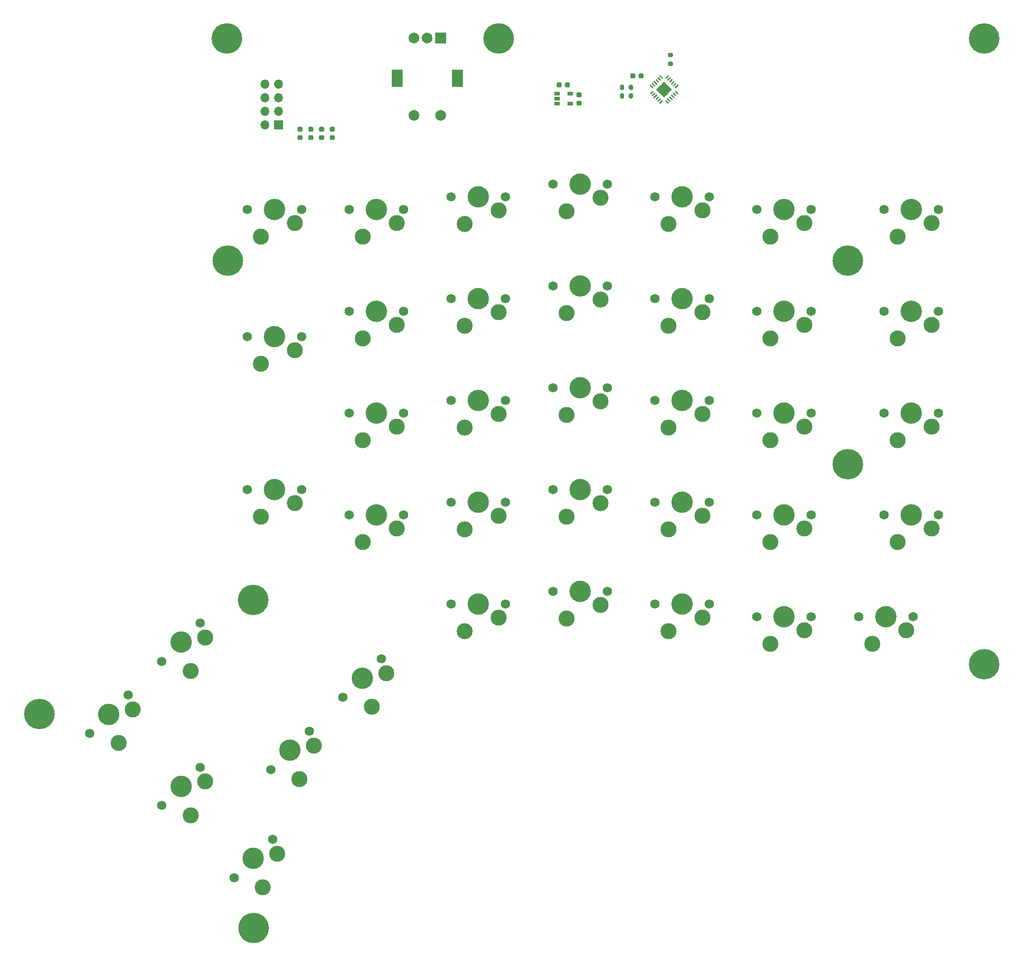
<source format=gbr>
%TF.GenerationSoftware,KiCad,Pcbnew,(5.1.8)-1*%
%TF.CreationDate,2022-07-09T18:06:19+10:00*%
%TF.ProjectId,ergonomic_split_right,6572676f-6e6f-46d6-9963-5f73706c6974,rev?*%
%TF.SameCoordinates,Original*%
%TF.FileFunction,Soldermask,Top*%
%TF.FilePolarity,Negative*%
%FSLAX46Y46*%
G04 Gerber Fmt 4.6, Leading zero omitted, Abs format (unit mm)*
G04 Created by KiCad (PCBNEW (5.1.8)-1) date 2022-07-09 18:06:19*
%MOMM*%
%LPD*%
G01*
G04 APERTURE LIST*
%ADD10C,3.000000*%
%ADD11C,1.750000*%
%ADD12C,4.000000*%
%ADD13C,5.700000*%
%ADD14R,1.700000X1.700000*%
%ADD15O,1.700000X1.700000*%
%ADD16C,2.000000*%
%ADD17R,2.000000X3.200000*%
%ADD18R,2.000000X2.000000*%
%ADD19C,0.100000*%
%ADD20R,1.000000X0.700000*%
G04 APERTURE END LIST*
%TO.C,C8*%
G36*
G01*
X162970400Y-59115840D02*
X163470400Y-59115840D01*
G75*
G02*
X163695400Y-59340840I0J-225000D01*
G01*
X163695400Y-59790840D01*
G75*
G02*
X163470400Y-60015840I-225000J0D01*
G01*
X162970400Y-60015840D01*
G75*
G02*
X162745400Y-59790840I0J225000D01*
G01*
X162745400Y-59340840D01*
G75*
G02*
X162970400Y-59115840I225000J0D01*
G01*
G37*
G36*
G01*
X162970400Y-57565840D02*
X163470400Y-57565840D01*
G75*
G02*
X163695400Y-57790840I0J-225000D01*
G01*
X163695400Y-58240840D01*
G75*
G02*
X163470400Y-58465840I-225000J0D01*
G01*
X162970400Y-58465840D01*
G75*
G02*
X162745400Y-58240840I0J225000D01*
G01*
X162745400Y-57790840D01*
G75*
G02*
X162970400Y-57565840I225000J0D01*
G01*
G37*
%TD*%
%TO.C,C3*%
G36*
G01*
X160955332Y-59115840D02*
X161455332Y-59115840D01*
G75*
G02*
X161680332Y-59340840I0J-225000D01*
G01*
X161680332Y-59790840D01*
G75*
G02*
X161455332Y-60015840I-225000J0D01*
G01*
X160955332Y-60015840D01*
G75*
G02*
X160730332Y-59790840I0J225000D01*
G01*
X160730332Y-59340840D01*
G75*
G02*
X160955332Y-59115840I225000J0D01*
G01*
G37*
G36*
G01*
X160955332Y-57565840D02*
X161455332Y-57565840D01*
G75*
G02*
X161680332Y-57790840I0J-225000D01*
G01*
X161680332Y-58240840D01*
G75*
G02*
X161455332Y-58465840I-225000J0D01*
G01*
X160955332Y-58465840D01*
G75*
G02*
X160730332Y-58240840I0J225000D01*
G01*
X160730332Y-57790840D01*
G75*
G02*
X160955332Y-57565840I225000J0D01*
G01*
G37*
%TD*%
%TO.C,C2*%
G36*
G01*
X158940266Y-59115840D02*
X159440266Y-59115840D01*
G75*
G02*
X159665266Y-59340840I0J-225000D01*
G01*
X159665266Y-59790840D01*
G75*
G02*
X159440266Y-60015840I-225000J0D01*
G01*
X158940266Y-60015840D01*
G75*
G02*
X158715266Y-59790840I0J225000D01*
G01*
X158715266Y-59340840D01*
G75*
G02*
X158940266Y-59115840I225000J0D01*
G01*
G37*
G36*
G01*
X158940266Y-57565840D02*
X159440266Y-57565840D01*
G75*
G02*
X159665266Y-57790840I0J-225000D01*
G01*
X159665266Y-58240840D01*
G75*
G02*
X159440266Y-58465840I-225000J0D01*
G01*
X158940266Y-58465840D01*
G75*
G02*
X158715266Y-58240840I0J225000D01*
G01*
X158715266Y-57790840D01*
G75*
G02*
X158940266Y-57565840I225000J0D01*
G01*
G37*
%TD*%
%TO.C,C1*%
G36*
G01*
X156925200Y-59115840D02*
X157425200Y-59115840D01*
G75*
G02*
X157650200Y-59340840I0J-225000D01*
G01*
X157650200Y-59790840D01*
G75*
G02*
X157425200Y-60015840I-225000J0D01*
G01*
X156925200Y-60015840D01*
G75*
G02*
X156700200Y-59790840I0J225000D01*
G01*
X156700200Y-59340840D01*
G75*
G02*
X156925200Y-59115840I225000J0D01*
G01*
G37*
G36*
G01*
X156925200Y-57565840D02*
X157425200Y-57565840D01*
G75*
G02*
X157650200Y-57790840I0J-225000D01*
G01*
X157650200Y-58240840D01*
G75*
G02*
X157425200Y-58465840I-225000J0D01*
G01*
X156925200Y-58465840D01*
G75*
G02*
X156700200Y-58240840I0J225000D01*
G01*
X156700200Y-57790840D01*
G75*
G02*
X156925200Y-57565840I225000J0D01*
G01*
G37*
%TD*%
D10*
%TO.C,SW12*%
X136729959Y-159375654D03*
D11*
X138525112Y-150394500D03*
X131340907Y-157578704D03*
D10*
X139422374Y-153089510D03*
D12*
X134932246Y-153987535D03*
%TD*%
D10*
%TO.C,SW1*%
X123241463Y-172869369D03*
D11*
X125036616Y-163888215D03*
X117852411Y-171072419D03*
D10*
X125933878Y-166583225D03*
D12*
X121443750Y-167481250D03*
%TD*%
D11*
%TO.C,SW35*%
X152018862Y-190875750D03*
X144834657Y-198059954D03*
D10*
X150222811Y-199856006D03*
X152916124Y-193570760D03*
D12*
X148425996Y-194468785D03*
%TD*%
%TO.C,C5*%
G36*
G01*
X205160160Y-49947640D02*
X205160160Y-49447640D01*
G75*
G02*
X205385160Y-49222640I225000J0D01*
G01*
X205835160Y-49222640D01*
G75*
G02*
X206060160Y-49447640I0J-225000D01*
G01*
X206060160Y-49947640D01*
G75*
G02*
X205835160Y-50172640I-225000J0D01*
G01*
X205385160Y-50172640D01*
G75*
G02*
X205160160Y-49947640I0J225000D01*
G01*
G37*
G36*
G01*
X206710160Y-49947640D02*
X206710160Y-49447640D01*
G75*
G02*
X206935160Y-49222640I225000J0D01*
G01*
X207385160Y-49222640D01*
G75*
G02*
X207610160Y-49447640I0J-225000D01*
G01*
X207610160Y-49947640D01*
G75*
G02*
X207385160Y-50172640I-225000J0D01*
G01*
X206935160Y-50172640D01*
G75*
G02*
X206710160Y-49947640I0J225000D01*
G01*
G37*
%TD*%
%TO.C,C7*%
G36*
G01*
X219834280Y-47756000D02*
X219834280Y-48256000D01*
G75*
G02*
X219609280Y-48481000I-225000J0D01*
G01*
X219159280Y-48481000D01*
G75*
G02*
X218934280Y-48256000I0J225000D01*
G01*
X218934280Y-47756000D01*
G75*
G02*
X219159280Y-47531000I225000J0D01*
G01*
X219609280Y-47531000D01*
G75*
G02*
X219834280Y-47756000I0J-225000D01*
G01*
G37*
G36*
G01*
X221384280Y-47756000D02*
X221384280Y-48256000D01*
G75*
G02*
X221159280Y-48481000I-225000J0D01*
G01*
X220709280Y-48481000D01*
G75*
G02*
X220484280Y-48256000I0J225000D01*
G01*
X220484280Y-47756000D01*
G75*
G02*
X220709280Y-47531000I225000J0D01*
G01*
X221159280Y-47531000D01*
G75*
G02*
X221384280Y-47756000I0J-225000D01*
G01*
G37*
%TD*%
%TO.C,C120*%
G36*
G01*
X209081560Y-52664240D02*
X209581560Y-52664240D01*
G75*
G02*
X209806560Y-52889240I0J-225000D01*
G01*
X209806560Y-53339240D01*
G75*
G02*
X209581560Y-53564240I-225000J0D01*
G01*
X209081560Y-53564240D01*
G75*
G02*
X208856560Y-53339240I0J225000D01*
G01*
X208856560Y-52889240D01*
G75*
G02*
X209081560Y-52664240I225000J0D01*
G01*
G37*
G36*
G01*
X209081560Y-51114240D02*
X209581560Y-51114240D01*
G75*
G02*
X209806560Y-51339240I0J-225000D01*
G01*
X209806560Y-51789240D01*
G75*
G02*
X209581560Y-52014240I-225000J0D01*
G01*
X209081560Y-52014240D01*
G75*
G02*
X208856560Y-51789240I0J225000D01*
G01*
X208856560Y-51339240D01*
G75*
G02*
X209081560Y-51114240I225000J0D01*
G01*
G37*
%TD*%
D13*
%TO.C,H1*%
X143535400Y-41022612D03*
%TD*%
%TO.C,H2*%
X285089600Y-41022612D03*
%TD*%
%TO.C,H3*%
X285087988Y-158115000D03*
%TD*%
%TO.C,H4*%
X148474804Y-207428204D03*
%TD*%
%TO.C,H5*%
X108496996Y-167450396D03*
%TD*%
%TO.C,H6*%
X143668750Y-82550000D03*
%TD*%
%TO.C,H7*%
X148431250Y-146050000D03*
%TD*%
%TO.C,H8*%
X259556250Y-82550000D03*
%TD*%
%TO.C,H9*%
X259556250Y-120650000D03*
%TD*%
%TO.C,H10*%
X194335400Y-40995600D03*
%TD*%
D14*
%TO.C,J2*%
X153193750Y-57150000D03*
D15*
X150653750Y-57150000D03*
X153193750Y-54610000D03*
X150653750Y-54610000D03*
X153193750Y-52070000D03*
X150653750Y-52070000D03*
X153193750Y-49530000D03*
X150653750Y-49530000D03*
%TD*%
%TO.C,R11*%
G36*
G01*
X226690600Y-46145400D02*
X226140600Y-46145400D01*
G75*
G02*
X225940600Y-45945400I0J200000D01*
G01*
X225940600Y-45545400D01*
G75*
G02*
X226140600Y-45345400I200000J0D01*
G01*
X226690600Y-45345400D01*
G75*
G02*
X226890600Y-45545400I0J-200000D01*
G01*
X226890600Y-45945400D01*
G75*
G02*
X226690600Y-46145400I-200000J0D01*
G01*
G37*
G36*
G01*
X226690600Y-44495400D02*
X226140600Y-44495400D01*
G75*
G02*
X225940600Y-44295400I0J200000D01*
G01*
X225940600Y-43895400D01*
G75*
G02*
X226140600Y-43695400I200000J0D01*
G01*
X226690600Y-43695400D01*
G75*
G02*
X226890600Y-43895400I0J-200000D01*
G01*
X226890600Y-44295400D01*
G75*
G02*
X226690600Y-44495400I-200000J0D01*
G01*
G37*
%TD*%
%TO.C,R12*%
G36*
G01*
X219436400Y-49890000D02*
X219436400Y-50440000D01*
G75*
G02*
X219236400Y-50640000I-200000J0D01*
G01*
X218836400Y-50640000D01*
G75*
G02*
X218636400Y-50440000I0J200000D01*
G01*
X218636400Y-49890000D01*
G75*
G02*
X218836400Y-49690000I200000J0D01*
G01*
X219236400Y-49690000D01*
G75*
G02*
X219436400Y-49890000I0J-200000D01*
G01*
G37*
G36*
G01*
X217786400Y-49890000D02*
X217786400Y-50440000D01*
G75*
G02*
X217586400Y-50640000I-200000J0D01*
G01*
X217186400Y-50640000D01*
G75*
G02*
X216986400Y-50440000I0J200000D01*
G01*
X216986400Y-49890000D01*
G75*
G02*
X217186400Y-49690000I200000J0D01*
G01*
X217586400Y-49690000D01*
G75*
G02*
X217786400Y-49890000I0J-200000D01*
G01*
G37*
%TD*%
%TO.C,R13*%
G36*
G01*
X217786701Y-51484331D02*
X217786701Y-52034331D01*
G75*
G02*
X217586701Y-52234331I-200000J0D01*
G01*
X217186701Y-52234331D01*
G75*
G02*
X216986701Y-52034331I0J200000D01*
G01*
X216986701Y-51484331D01*
G75*
G02*
X217186701Y-51284331I200000J0D01*
G01*
X217586701Y-51284331D01*
G75*
G02*
X217786701Y-51484331I0J-200000D01*
G01*
G37*
G36*
G01*
X219436701Y-51484331D02*
X219436701Y-52034331D01*
G75*
G02*
X219236701Y-52234331I-200000J0D01*
G01*
X218836701Y-52234331D01*
G75*
G02*
X218636701Y-52034331I0J200000D01*
G01*
X218636701Y-51484331D01*
G75*
G02*
X218836701Y-51284331I200000J0D01*
G01*
X219236701Y-51284331D01*
G75*
G02*
X219436701Y-51484331I0J-200000D01*
G01*
G37*
%TD*%
D10*
%TO.C,SW2*%
X268919960Y-78102460D03*
D11*
X276539960Y-73022460D03*
D12*
X271459960Y-73022460D03*
D11*
X266379960Y-73021190D03*
D10*
X275268760Y-75561310D03*
%TD*%
D11*
%TO.C,SW3*%
X266379960Y-92072460D03*
D10*
X268919960Y-97152460D03*
X275269960Y-94612460D03*
D11*
X276539960Y-92072460D03*
D12*
X271459960Y-92072460D03*
%TD*%
D10*
%TO.C,SW4*%
X275268760Y-113661310D03*
D11*
X266379960Y-111121190D03*
D12*
X271459960Y-111122460D03*
D11*
X276539960Y-111122460D03*
D10*
X268919960Y-116202460D03*
%TD*%
D12*
%TO.C,SW5*%
X271457420Y-130169920D03*
D11*
X276537420Y-130169920D03*
D10*
X275267420Y-132709920D03*
X268917420Y-135249920D03*
D11*
X266377420Y-130169920D03*
%TD*%
D12*
%TO.C,SW6*%
X134932246Y-180975035D03*
D10*
X139422374Y-180077010D03*
D11*
X131340907Y-184566204D03*
X138525112Y-177382000D03*
D10*
X136729959Y-186363154D03*
%TD*%
D11*
%TO.C,SW7*%
X176527460Y-73021190D03*
X166367460Y-73021190D03*
D10*
X168907460Y-78101190D03*
X175256260Y-75561310D03*
D12*
X171446260Y-73021310D03*
%TD*%
D10*
%TO.C,SW8*%
X168907460Y-97152460D03*
D11*
X176527460Y-92071190D03*
X166367460Y-92071190D03*
D10*
X175256260Y-94611310D03*
D12*
X171446260Y-92071310D03*
%TD*%
%TO.C,SW9*%
X171446260Y-111121310D03*
D10*
X175256260Y-113661310D03*
X168907460Y-116201190D03*
D11*
X166367460Y-111121190D03*
X176527460Y-111121190D03*
%TD*%
D10*
%TO.C,SW10*%
X168907460Y-135252460D03*
D11*
X176527460Y-130171190D03*
X166367460Y-130171190D03*
D10*
X175256260Y-132711310D03*
D12*
X171446260Y-130171310D03*
%TD*%
D11*
%TO.C,SW11*%
X252727460Y-149221190D03*
X242567460Y-149221190D03*
D10*
X245107460Y-154301190D03*
X251456260Y-151761310D03*
D12*
X247646260Y-149221310D03*
%TD*%
%TO.C,SW13*%
X190496260Y-70640060D03*
D10*
X194306260Y-73180060D03*
X187957460Y-75719940D03*
D11*
X185417460Y-70639940D03*
X195577460Y-70639940D03*
%TD*%
D12*
%TO.C,SW14*%
X190496260Y-89690060D03*
D10*
X194306260Y-92230060D03*
D11*
X185417460Y-89689940D03*
X195577460Y-89689940D03*
D10*
X187957460Y-94771210D03*
%TD*%
D12*
%TO.C,SW15*%
X190492520Y-108736370D03*
D10*
X194302520Y-111276370D03*
X187953720Y-113816250D03*
D11*
X185413720Y-108736250D03*
X195573720Y-108736250D03*
%TD*%
D12*
%TO.C,SW16*%
X190496260Y-127790060D03*
D10*
X194306260Y-130330060D03*
D11*
X185417460Y-127789940D03*
X195577460Y-127789940D03*
D10*
X187957460Y-132871210D03*
%TD*%
D11*
%TO.C,SW17*%
X195573720Y-146836250D03*
X185413720Y-146836250D03*
D10*
X187953720Y-151916250D03*
X194302520Y-149376370D03*
D12*
X190492520Y-146836370D03*
%TD*%
%TO.C,SW18*%
X155285266Y-174214825D03*
D10*
X159775394Y-173316800D03*
X157082081Y-179602046D03*
D11*
X151693927Y-177805994D03*
X158878132Y-170621790D03*
%TD*%
%TO.C,SW19*%
X214623720Y-68255000D03*
X204463720Y-68255000D03*
D10*
X207003720Y-73335000D03*
X213352520Y-70795120D03*
D12*
X209542520Y-68255120D03*
%TD*%
%TO.C,SW20*%
X209546260Y-87308810D03*
D10*
X213356260Y-89848810D03*
D11*
X204467460Y-87308690D03*
X214627460Y-87308690D03*
D10*
X207007460Y-92389960D03*
%TD*%
D11*
%TO.C,SW21*%
X214627460Y-106358690D03*
X204467460Y-106358690D03*
D10*
X207007460Y-111438690D03*
X213356260Y-108898810D03*
D12*
X209546260Y-106358810D03*
%TD*%
D10*
%TO.C,SW22*%
X207007460Y-130489960D03*
D11*
X214627460Y-125408690D03*
X204467460Y-125408690D03*
D10*
X213356260Y-127948810D03*
D12*
X209546260Y-125408810D03*
%TD*%
%TO.C,SW23*%
X209542520Y-144455120D03*
D10*
X213352520Y-146995120D03*
X207003720Y-149535000D03*
D11*
X204463720Y-144455000D03*
X214623720Y-144455000D03*
%TD*%
%TO.C,SW24*%
X172377136Y-157128005D03*
X165192931Y-164312209D03*
D10*
X170581085Y-166108261D03*
X173274398Y-159823015D03*
D12*
X168784270Y-160721040D03*
%TD*%
%TO.C,SW25*%
X228596260Y-70640060D03*
D10*
X232406260Y-73180060D03*
X226057460Y-75719940D03*
D11*
X223517460Y-70639940D03*
X233677460Y-70639940D03*
%TD*%
D10*
%TO.C,SW26*%
X226057460Y-94771210D03*
D11*
X233677460Y-89689940D03*
X223517460Y-89689940D03*
D10*
X232406260Y-92230060D03*
D12*
X228596260Y-89690060D03*
%TD*%
D11*
%TO.C,SW27*%
X233677460Y-108739940D03*
X223517460Y-108739940D03*
D10*
X226057460Y-113819940D03*
X232406260Y-111280060D03*
D12*
X228596260Y-108740060D03*
%TD*%
D10*
%TO.C,SW28*%
X226057460Y-132871210D03*
D11*
X233677460Y-127789940D03*
X223517460Y-127789940D03*
D10*
X232406260Y-130330060D03*
D12*
X228596260Y-127790060D03*
%TD*%
%TO.C,SW29*%
X228596260Y-146840060D03*
D10*
X232406260Y-149380060D03*
X226057460Y-151919940D03*
D11*
X223517460Y-146839940D03*
X233677460Y-146839940D03*
%TD*%
D12*
%TO.C,SW30*%
X266696260Y-149221310D03*
D10*
X270506260Y-151761310D03*
X264157460Y-154301190D03*
D11*
X261617460Y-149221190D03*
X271777460Y-149221190D03*
%TD*%
%TO.C,SW31*%
X252727460Y-73021190D03*
X242567460Y-73021190D03*
D10*
X245107460Y-78101190D03*
X251456260Y-75561310D03*
D12*
X247646260Y-73021310D03*
%TD*%
%TO.C,SW32*%
X247646260Y-92071310D03*
D10*
X251456260Y-94611310D03*
D11*
X242567460Y-92071190D03*
X252727460Y-92071190D03*
D10*
X245107460Y-97152460D03*
%TD*%
D12*
%TO.C,SW33*%
X247646260Y-111121310D03*
D10*
X251456260Y-113661310D03*
X245107460Y-116201190D03*
D11*
X242567460Y-111121190D03*
X252727460Y-111121190D03*
%TD*%
D12*
%TO.C,SW34*%
X247642520Y-130167620D03*
D10*
X251452520Y-132707620D03*
D11*
X242563720Y-130167500D03*
X252723720Y-130167500D03*
D10*
X245103720Y-135248770D03*
%TD*%
%TO.C,SW36*%
X149857460Y-101914960D03*
D11*
X157477460Y-96833690D03*
X147317460Y-96833690D03*
D10*
X156206260Y-99373810D03*
D12*
X152396260Y-96833810D03*
%TD*%
%TO.C,SW37*%
X152396260Y-125408810D03*
D10*
X156206260Y-127948810D03*
D11*
X147317460Y-125408690D03*
X157477460Y-125408690D03*
D10*
X149857460Y-130489960D03*
%TD*%
D12*
%TO.C,SW39*%
X152396260Y-73021310D03*
D10*
X156206260Y-75561310D03*
X149857460Y-78101190D03*
D11*
X147317460Y-73021190D03*
X157477460Y-73021190D03*
%TD*%
D16*
%TO.C,SW40*%
X178471820Y-55427020D03*
X183471820Y-55427020D03*
D17*
X175371820Y-48427020D03*
X186571820Y-48427020D03*
D16*
X178471820Y-40927020D03*
X180971820Y-40927020D03*
D18*
X183471820Y-40927020D03*
%TD*%
%TO.C,U2*%
G36*
G01*
X223222177Y-50982731D02*
X222755487Y-51449421D01*
G75*
G02*
X222585781Y-51449421I-84853J84853D01*
G01*
X222585781Y-51449421D01*
G75*
G02*
X222585781Y-51279715I84853J84853D01*
G01*
X223052471Y-50813025D01*
G75*
G02*
X223222177Y-50813025I84853J-84853D01*
G01*
X223222177Y-50813025D01*
G75*
G02*
X223222177Y-50982731I-84853J-84853D01*
G01*
G37*
G36*
G01*
X223575730Y-51336285D02*
X223109040Y-51802975D01*
G75*
G02*
X222939334Y-51802975I-84853J84853D01*
G01*
X222939334Y-51802975D01*
G75*
G02*
X222939334Y-51633269I84853J84853D01*
G01*
X223406024Y-51166579D01*
G75*
G02*
X223575730Y-51166579I84853J-84853D01*
G01*
X223575730Y-51166579D01*
G75*
G02*
X223575730Y-51336285I-84853J-84853D01*
G01*
G37*
G36*
G01*
X223929283Y-51689838D02*
X223462593Y-52156528D01*
G75*
G02*
X223292887Y-52156528I-84853J84853D01*
G01*
X223292887Y-52156528D01*
G75*
G02*
X223292887Y-51986822I84853J84853D01*
G01*
X223759577Y-51520132D01*
G75*
G02*
X223929283Y-51520132I84853J-84853D01*
G01*
X223929283Y-51520132D01*
G75*
G02*
X223929283Y-51689838I-84853J-84853D01*
G01*
G37*
G36*
G01*
X224282837Y-52043392D02*
X223816147Y-52510082D01*
G75*
G02*
X223646441Y-52510082I-84853J84853D01*
G01*
X223646441Y-52510082D01*
G75*
G02*
X223646441Y-52340376I84853J84853D01*
G01*
X224113131Y-51873686D01*
G75*
G02*
X224282837Y-51873686I84853J-84853D01*
G01*
X224282837Y-51873686D01*
G75*
G02*
X224282837Y-52043392I-84853J-84853D01*
G01*
G37*
G36*
G01*
X224636390Y-52396945D02*
X224169700Y-52863635D01*
G75*
G02*
X223999994Y-52863635I-84853J84853D01*
G01*
X223999994Y-52863635D01*
G75*
G02*
X223999994Y-52693929I84853J84853D01*
G01*
X224466684Y-52227239D01*
G75*
G02*
X224636390Y-52227239I84853J-84853D01*
G01*
X224636390Y-52227239D01*
G75*
G02*
X224636390Y-52396945I-84853J-84853D01*
G01*
G37*
G36*
G01*
X224989944Y-52750498D02*
X224523254Y-53217188D01*
G75*
G02*
X224353548Y-53217188I-84853J84853D01*
G01*
X224353548Y-53217188D01*
G75*
G02*
X224353548Y-53047482I84853J84853D01*
G01*
X224820238Y-52580792D01*
G75*
G02*
X224989944Y-52580792I84853J-84853D01*
G01*
X224989944Y-52580792D01*
G75*
G02*
X224989944Y-52750498I-84853J-84853D01*
G01*
G37*
G36*
G01*
X225951608Y-53217188D02*
X225484918Y-52750498D01*
G75*
G02*
X225484918Y-52580792I84853J84853D01*
G01*
X225484918Y-52580792D01*
G75*
G02*
X225654624Y-52580792I84853J-84853D01*
G01*
X226121314Y-53047482D01*
G75*
G02*
X226121314Y-53217188I-84853J-84853D01*
G01*
X226121314Y-53217188D01*
G75*
G02*
X225951608Y-53217188I-84853J84853D01*
G01*
G37*
G36*
G01*
X226305162Y-52863635D02*
X225838472Y-52396945D01*
G75*
G02*
X225838472Y-52227239I84853J84853D01*
G01*
X225838472Y-52227239D01*
G75*
G02*
X226008178Y-52227239I84853J-84853D01*
G01*
X226474868Y-52693929D01*
G75*
G02*
X226474868Y-52863635I-84853J-84853D01*
G01*
X226474868Y-52863635D01*
G75*
G02*
X226305162Y-52863635I-84853J84853D01*
G01*
G37*
G36*
G01*
X226658715Y-52510082D02*
X226192025Y-52043392D01*
G75*
G02*
X226192025Y-51873686I84853J84853D01*
G01*
X226192025Y-51873686D01*
G75*
G02*
X226361731Y-51873686I84853J-84853D01*
G01*
X226828421Y-52340376D01*
G75*
G02*
X226828421Y-52510082I-84853J-84853D01*
G01*
X226828421Y-52510082D01*
G75*
G02*
X226658715Y-52510082I-84853J84853D01*
G01*
G37*
G36*
G01*
X227012269Y-52156528D02*
X226545579Y-51689838D01*
G75*
G02*
X226545579Y-51520132I84853J84853D01*
G01*
X226545579Y-51520132D01*
G75*
G02*
X226715285Y-51520132I84853J-84853D01*
G01*
X227181975Y-51986822D01*
G75*
G02*
X227181975Y-52156528I-84853J-84853D01*
G01*
X227181975Y-52156528D01*
G75*
G02*
X227012269Y-52156528I-84853J84853D01*
G01*
G37*
G36*
G01*
X227365822Y-51802975D02*
X226899132Y-51336285D01*
G75*
G02*
X226899132Y-51166579I84853J84853D01*
G01*
X226899132Y-51166579D01*
G75*
G02*
X227068838Y-51166579I84853J-84853D01*
G01*
X227535528Y-51633269D01*
G75*
G02*
X227535528Y-51802975I-84853J-84853D01*
G01*
X227535528Y-51802975D01*
G75*
G02*
X227365822Y-51802975I-84853J84853D01*
G01*
G37*
G36*
G01*
X227719375Y-51449421D02*
X227252685Y-50982731D01*
G75*
G02*
X227252685Y-50813025I84853J84853D01*
G01*
X227252685Y-50813025D01*
G75*
G02*
X227422391Y-50813025I84853J-84853D01*
G01*
X227889081Y-51279715D01*
G75*
G02*
X227889081Y-51449421I-84853J-84853D01*
G01*
X227889081Y-51449421D01*
G75*
G02*
X227719375Y-51449421I-84853J84853D01*
G01*
G37*
G36*
G01*
X227889081Y-49851361D02*
X227422391Y-50318051D01*
G75*
G02*
X227252685Y-50318051I-84853J84853D01*
G01*
X227252685Y-50318051D01*
G75*
G02*
X227252685Y-50148345I84853J84853D01*
G01*
X227719375Y-49681655D01*
G75*
G02*
X227889081Y-49681655I84853J-84853D01*
G01*
X227889081Y-49681655D01*
G75*
G02*
X227889081Y-49851361I-84853J-84853D01*
G01*
G37*
G36*
G01*
X227535528Y-49497807D02*
X227068838Y-49964497D01*
G75*
G02*
X226899132Y-49964497I-84853J84853D01*
G01*
X226899132Y-49964497D01*
G75*
G02*
X226899132Y-49794791I84853J84853D01*
G01*
X227365822Y-49328101D01*
G75*
G02*
X227535528Y-49328101I84853J-84853D01*
G01*
X227535528Y-49328101D01*
G75*
G02*
X227535528Y-49497807I-84853J-84853D01*
G01*
G37*
G36*
G01*
X227181975Y-49144254D02*
X226715285Y-49610944D01*
G75*
G02*
X226545579Y-49610944I-84853J84853D01*
G01*
X226545579Y-49610944D01*
G75*
G02*
X226545579Y-49441238I84853J84853D01*
G01*
X227012269Y-48974548D01*
G75*
G02*
X227181975Y-48974548I84853J-84853D01*
G01*
X227181975Y-48974548D01*
G75*
G02*
X227181975Y-49144254I-84853J-84853D01*
G01*
G37*
G36*
G01*
X226828421Y-48790700D02*
X226361731Y-49257390D01*
G75*
G02*
X226192025Y-49257390I-84853J84853D01*
G01*
X226192025Y-49257390D01*
G75*
G02*
X226192025Y-49087684I84853J84853D01*
G01*
X226658715Y-48620994D01*
G75*
G02*
X226828421Y-48620994I84853J-84853D01*
G01*
X226828421Y-48620994D01*
G75*
G02*
X226828421Y-48790700I-84853J-84853D01*
G01*
G37*
G36*
G01*
X226474868Y-48437147D02*
X226008178Y-48903837D01*
G75*
G02*
X225838472Y-48903837I-84853J84853D01*
G01*
X225838472Y-48903837D01*
G75*
G02*
X225838472Y-48734131I84853J84853D01*
G01*
X226305162Y-48267441D01*
G75*
G02*
X226474868Y-48267441I84853J-84853D01*
G01*
X226474868Y-48267441D01*
G75*
G02*
X226474868Y-48437147I-84853J-84853D01*
G01*
G37*
G36*
G01*
X226121314Y-48083594D02*
X225654624Y-48550284D01*
G75*
G02*
X225484918Y-48550284I-84853J84853D01*
G01*
X225484918Y-48550284D01*
G75*
G02*
X225484918Y-48380578I84853J84853D01*
G01*
X225951608Y-47913888D01*
G75*
G02*
X226121314Y-47913888I84853J-84853D01*
G01*
X226121314Y-47913888D01*
G75*
G02*
X226121314Y-48083594I-84853J-84853D01*
G01*
G37*
G36*
G01*
X224820238Y-48550284D02*
X224353548Y-48083594D01*
G75*
G02*
X224353548Y-47913888I84853J84853D01*
G01*
X224353548Y-47913888D01*
G75*
G02*
X224523254Y-47913888I84853J-84853D01*
G01*
X224989944Y-48380578D01*
G75*
G02*
X224989944Y-48550284I-84853J-84853D01*
G01*
X224989944Y-48550284D01*
G75*
G02*
X224820238Y-48550284I-84853J84853D01*
G01*
G37*
G36*
G01*
X224466684Y-48903837D02*
X223999994Y-48437147D01*
G75*
G02*
X223999994Y-48267441I84853J84853D01*
G01*
X223999994Y-48267441D01*
G75*
G02*
X224169700Y-48267441I84853J-84853D01*
G01*
X224636390Y-48734131D01*
G75*
G02*
X224636390Y-48903837I-84853J-84853D01*
G01*
X224636390Y-48903837D01*
G75*
G02*
X224466684Y-48903837I-84853J84853D01*
G01*
G37*
G36*
G01*
X224113131Y-49257390D02*
X223646441Y-48790700D01*
G75*
G02*
X223646441Y-48620994I84853J84853D01*
G01*
X223646441Y-48620994D01*
G75*
G02*
X223816147Y-48620994I84853J-84853D01*
G01*
X224282837Y-49087684D01*
G75*
G02*
X224282837Y-49257390I-84853J-84853D01*
G01*
X224282837Y-49257390D01*
G75*
G02*
X224113131Y-49257390I-84853J84853D01*
G01*
G37*
G36*
G01*
X223759577Y-49610944D02*
X223292887Y-49144254D01*
G75*
G02*
X223292887Y-48974548I84853J84853D01*
G01*
X223292887Y-48974548D01*
G75*
G02*
X223462593Y-48974548I84853J-84853D01*
G01*
X223929283Y-49441238D01*
G75*
G02*
X223929283Y-49610944I-84853J-84853D01*
G01*
X223929283Y-49610944D01*
G75*
G02*
X223759577Y-49610944I-84853J84853D01*
G01*
G37*
G36*
G01*
X223406024Y-49964497D02*
X222939334Y-49497807D01*
G75*
G02*
X222939334Y-49328101I84853J84853D01*
G01*
X222939334Y-49328101D01*
G75*
G02*
X223109040Y-49328101I84853J-84853D01*
G01*
X223575730Y-49794791D01*
G75*
G02*
X223575730Y-49964497I-84853J-84853D01*
G01*
X223575730Y-49964497D01*
G75*
G02*
X223406024Y-49964497I-84853J84853D01*
G01*
G37*
G36*
G01*
X223052471Y-50318051D02*
X222585781Y-49851361D01*
G75*
G02*
X222585781Y-49681655I84853J84853D01*
G01*
X222585781Y-49681655D01*
G75*
G02*
X222755487Y-49681655I84853J-84853D01*
G01*
X223222177Y-50148345D01*
G75*
G02*
X223222177Y-50318051I-84853J-84853D01*
G01*
X223222177Y-50318051D01*
G75*
G02*
X223052471Y-50318051I-84853J84853D01*
G01*
G37*
D19*
G36*
X224123738Y-50936769D02*
G01*
X223752507Y-50565538D01*
X224123738Y-50194307D01*
X224494969Y-50565538D01*
X224123738Y-50936769D01*
G37*
G36*
X224494969Y-51308000D02*
G01*
X224123738Y-50936769D01*
X224494969Y-50565538D01*
X224866200Y-50936769D01*
X224494969Y-51308000D01*
G37*
G36*
X224866200Y-51679231D02*
G01*
X224494969Y-51308000D01*
X224866200Y-50936769D01*
X225237431Y-51308000D01*
X224866200Y-51679231D01*
G37*
G36*
X225237431Y-52050462D02*
G01*
X224866200Y-51679231D01*
X225237431Y-51308000D01*
X225608662Y-51679231D01*
X225237431Y-52050462D01*
G37*
G36*
X224494969Y-50565538D02*
G01*
X224123738Y-50194307D01*
X224494969Y-49823076D01*
X224866200Y-50194307D01*
X224494969Y-50565538D01*
G37*
G36*
X224866200Y-50936769D02*
G01*
X224494969Y-50565538D01*
X224866200Y-50194307D01*
X225237431Y-50565538D01*
X224866200Y-50936769D01*
G37*
G36*
X225237431Y-51308000D02*
G01*
X224866200Y-50936769D01*
X225237431Y-50565538D01*
X225608662Y-50936769D01*
X225237431Y-51308000D01*
G37*
G36*
X225608662Y-51679231D02*
G01*
X225237431Y-51308000D01*
X225608662Y-50936769D01*
X225979893Y-51308000D01*
X225608662Y-51679231D01*
G37*
G36*
X224866200Y-50194307D02*
G01*
X224494969Y-49823076D01*
X224866200Y-49451845D01*
X225237431Y-49823076D01*
X224866200Y-50194307D01*
G37*
G36*
X225237431Y-50565538D02*
G01*
X224866200Y-50194307D01*
X225237431Y-49823076D01*
X225608662Y-50194307D01*
X225237431Y-50565538D01*
G37*
G36*
X225608662Y-50936769D02*
G01*
X225237431Y-50565538D01*
X225608662Y-50194307D01*
X225979893Y-50565538D01*
X225608662Y-50936769D01*
G37*
G36*
X225979893Y-51308000D02*
G01*
X225608662Y-50936769D01*
X225979893Y-50565538D01*
X226351124Y-50936769D01*
X225979893Y-51308000D01*
G37*
G36*
X225237431Y-49823076D02*
G01*
X224866200Y-49451845D01*
X225237431Y-49080614D01*
X225608662Y-49451845D01*
X225237431Y-49823076D01*
G37*
G36*
X225608662Y-50194307D02*
G01*
X225237431Y-49823076D01*
X225608662Y-49451845D01*
X225979893Y-49823076D01*
X225608662Y-50194307D01*
G37*
G36*
X225979893Y-50565538D02*
G01*
X225608662Y-50194307D01*
X225979893Y-49823076D01*
X226351124Y-50194307D01*
X225979893Y-50565538D01*
G37*
G36*
X226351124Y-50936769D02*
G01*
X225979893Y-50565538D01*
X226351124Y-50194307D01*
X226722355Y-50565538D01*
X226351124Y-50936769D01*
G37*
%TD*%
D20*
%TO.C,U9*%
X205267560Y-51348640D03*
X205267560Y-52298640D03*
X205267560Y-53248640D03*
X207667560Y-53248640D03*
X207667560Y-51348640D03*
%TD*%
M02*

</source>
